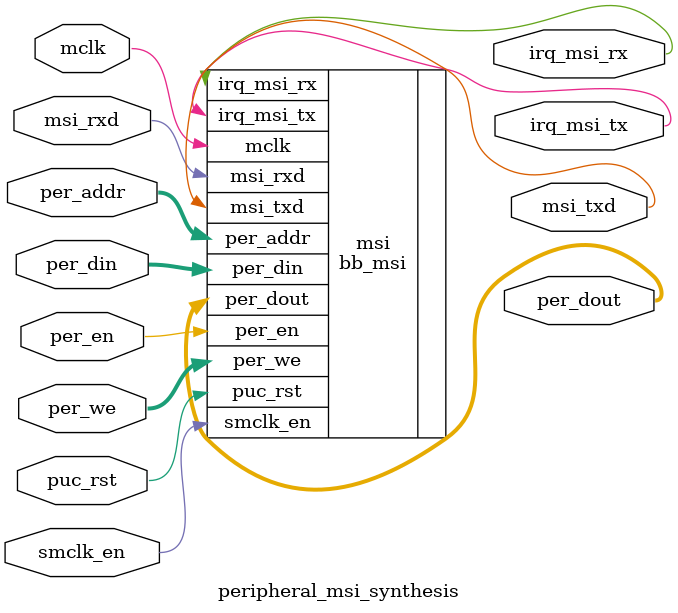
<source format=sv>

module peripheral_msi_synthesis (
  input mclk,    // Main system clock
  input puc_rst, // Main system reset

  input smclk_en,  // SMCLK enable (from CPU)

  input  [13:0] per_addr,  // Peripheral address
  output [15:0] per_dout,  // Peripheral data output
  input  [15:0] per_din,   // Peripheral data input
  input         per_en,    // Peripheral enable (high active)
  input  [ 1:0] per_we,    // Peripheral write enable (high active)

  output irq_msi_rx,  // UART receive interrupt
  output irq_msi_tx,  // UART transmit interrupt
  input  msi_rxd,     // UART Data Receive (RXD)
  output msi_txd      // UART Data Transmit (TXD)
);

  //////////////////////////////////////////////////////////////////////////////
  // Body
  //////////////////////////////////////////////////////////////////////////////

  // DUT BB
  bb_msi msi (
    .mclk   (mclk),    // Main system clock
    .puc_rst(puc_rst), // Main system reset

    .smclk_en(smclk_en),  // SMCLK enable (from CPU)

    .per_addr(per_addr),  // Peripheral address
    .per_dout(per_dout),  // Peripheral data output
    .per_din (per_din),   // Peripheral data input
    .per_en  (per_en),    // Peripheral enable (high active)
    .per_we  (per_we),    // Peripheral write enable (high active)

    .irq_msi_rx(irq_msi_rx),  // UART receive interrupt
    .irq_msi_tx(irq_msi_tx),  // UART transmit interrupt
    .msi_rxd   (msi_rxd),     // UART Data Receive (RXD)
    .msi_txd   (msi_txd)      // UART Data Transmit (TXD)
  );
endmodule

</source>
